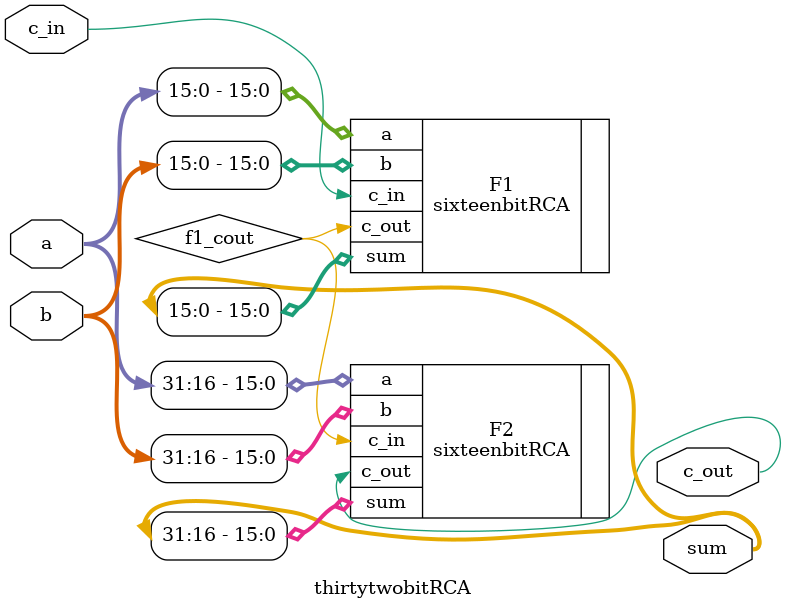
<source format=v>
`timescale 1ns / 1ps


module thirtytwobitRCA(
    output c_out,
    output [31:0] sum,
    input [31:0] a,
    input [31:0] b,
    input c_in
    );
    
     wire f1_cout; 
    
    sixteenbitRCA F1(.c_out(f1_cout), .sum(sum[15:0]), .a(a[15:0]), .b(b[15:0]), .c_in(c_in)); 
    sixteenbitRCA F2(.c_out(c_out), .sum(sum[31:16]), .a(a[31:16]), .b(b[31:16]), .c_in(f1_cout)); 
    
endmodule

</source>
